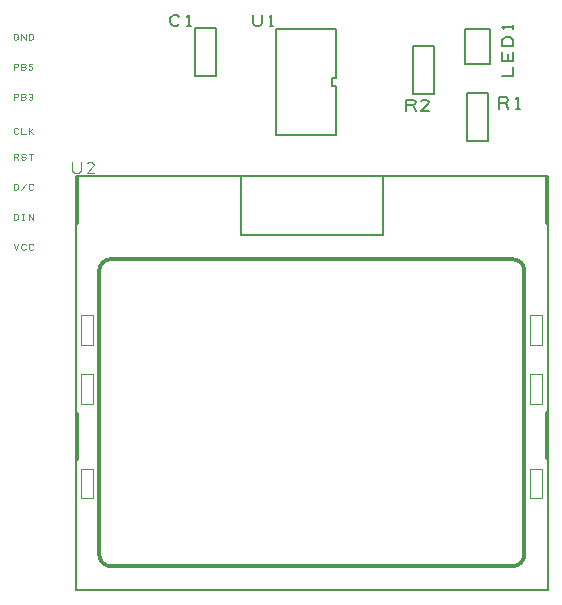
<source format=gbr>
%FSLAX35Y35*%
%MOIN*%
G04 EasyPC Gerber Version 18.0.9 Build 3640 *
%ADD10C,0.00100*%
%ADD13C,0.00197*%
%ADD14C,0.00400*%
%ADD11C,0.00500*%
%ADD12C,0.01181*%
X0Y0D02*
D02*
D10*
X9250Y123594D02*
X10031Y121719D01*
X10813Y123594*
X13313Y122031D02*
X13156Y121875D01*
X12844Y121719*
X12375*
X12063Y121875*
X11906Y122031*
X11750Y122344*
Y122969*
X11906Y123281*
X12063Y123437*
X12375Y123594*
X12844*
X13156Y123437*
X13313Y123281*
X15813Y122031D02*
X15656Y121875D01*
X15344Y121719*
X14875*
X14563Y121875*
X14406Y122031*
X14250Y122344*
Y122969*
X14406Y123281*
X14563Y123437*
X14875Y123594*
X15344*
X15656Y123437*
X15813Y123281*
X9250Y131719D02*
Y133594D01*
X10187*
X10500Y133437*
X10656Y133281*
X10813Y132969*
Y132344*
X10656Y132031*
X10500Y131875*
X10187Y131719*
X9250*
X12219D02*
X12844D01*
X12531D02*
Y133594D01*
X12219D02*
X12844D01*
X14250Y131719D02*
Y133594D01*
X15813Y131719*
Y133594*
X9250Y141719D02*
Y143594D01*
X10187*
X10500Y143437*
X10656Y143281*
X10813Y142969*
Y142344*
X10656Y142031*
X10500Y141875*
X10187Y141719*
X9250*
X11750D02*
X13313Y143594D01*
X15813Y142031D02*
X15656Y141875D01*
X15344Y141719*
X14875*
X14563Y141875*
X14406Y142031*
X14250Y142344*
Y142969*
X14406Y143281*
X14563Y143437*
X14875Y143594*
X15344*
X15656Y143437*
X15813Y143281*
X9250Y151719D02*
Y153594D01*
X10344*
X10656Y153437*
X10813Y153125*
X10656Y152813*
X10344Y152656*
X9250*
X10344D02*
X10813Y151719D01*
X11750Y152187D02*
X11906Y151875D01*
X12219Y151719*
X12844*
X13156Y151875*
X13313Y152187*
X13156Y152500*
X12844Y152656*
X12219*
X11906Y152813*
X11750Y153125*
X11906Y153437*
X12219Y153594*
X12844*
X13156Y153437*
X13313Y153125*
X15031Y151719D02*
Y153594D01*
X14250D02*
X15813D01*
X10813Y160653D02*
X10656Y160497D01*
X10344Y160341*
X9875*
X9563Y160497*
X9406Y160653*
X9250Y160966*
Y161591*
X9406Y161903*
X9563Y162059*
X9875Y162216*
X10344*
X10656Y162059*
X10813Y161903*
X11750Y162216D02*
Y160341D01*
X13313*
X14250D02*
Y162216D01*
Y161278D02*
X14719D01*
X15813Y162216*
X14719Y161278D02*
X15813Y160341D01*
X9250Y171719D02*
Y173594D01*
X10344*
X10656Y173437*
X10813Y173125*
X10656Y172813*
X10344Y172656*
X9250*
X12844D02*
X13156Y172500D01*
X13313Y172187*
X13156Y171875*
X12844Y171719*
X11750*
Y173594*
X12844*
X13156Y173437*
X13313Y173125*
X13156Y172813*
X12844Y172656*
X11750*
X14406Y171875D02*
X14719Y171719D01*
X15031*
X15344Y171875*
X15500Y172187*
X15344Y172500*
X15031Y172656*
X14719*
X15031D02*
X15344Y172813D01*
X15500Y173125*
X15344Y173437*
X15031Y173594*
X14719*
X14406Y173437*
X9250Y181719D02*
Y183594D01*
X10344*
X10656Y183437*
X10813Y183125*
X10656Y182813*
X10344Y182656*
X9250*
X12844D02*
X13156Y182500D01*
X13313Y182187*
X13156Y181875*
X12844Y181719*
X11750*
Y183594*
X12844*
X13156Y183437*
X13313Y183125*
X13156Y182813*
X12844Y182656*
X11750*
X14250Y181875D02*
X14563Y181719D01*
X15031*
X15344Y181875*
X15500Y182187*
Y182344*
X15344Y182656*
X15031Y182813*
X14250*
Y183594*
X15500*
X10344Y192500D02*
X10813D01*
Y192344*
X10656Y192031*
X10500Y191875*
X10187Y191719*
X9875*
X9563Y191875*
X9406Y192031*
X9250Y192344*
Y192969*
X9406Y193281*
X9563Y193437*
X9875Y193594*
X10187*
X10500Y193437*
X10656Y193281*
X10813Y192969*
X11750Y191719D02*
Y193594D01*
X13313Y191719*
Y193594*
X14250Y191719D02*
Y193594D01*
X15187*
X15500Y193437*
X15656Y193281*
X15813Y192969*
Y192344*
X15656Y192031*
X15500Y191875*
X15187Y191719*
X14250*
D02*
D11*
X64541Y196868D02*
X64228Y196555D01*
X63603Y196243*
X62665*
X62041Y196555*
X61728Y196868*
X61415Y197493*
Y198743*
X61728Y199368*
X62041Y199680*
X62665Y199993*
X63603*
X64228Y199680*
X64541Y199368*
X67041Y196243D02*
X68291D01*
X67665D02*
Y199993D01*
X67041Y199368*
X69726Y195431D02*
Y179431D01*
X76726*
Y195431*
X69726*
X85037Y146093D02*
Y126407D01*
X132281*
Y146093*
X88974Y199993D02*
Y197180D01*
X89287Y196555*
X89912Y196243*
X91162*
X91787Y196555*
X92100Y197180*
Y199993*
X94600Y196243D02*
X95850D01*
X95224D02*
Y199993D01*
X94600Y199368*
X116750Y160069D02*
X96632D01*
Y195108*
X116750*
Y179065*
X115274*
Y176112*
X116750*
Y160069*
X140156Y167963D02*
Y171713D01*
X142343*
X142968Y171401*
X143281Y170776*
X142968Y170151*
X142343Y169838*
X140156*
X142343D02*
X143281Y167963D01*
X147656D02*
X145156D01*
X147343Y170151*
X147656Y170776*
X147343Y171401*
X146718Y171713*
X145781*
X145156Y171401*
X142561Y189526D02*
Y173526D01*
X149561*
Y189526*
X142561*
X160278Y173778D02*
Y157778D01*
X167278*
Y173778*
X160278*
X167927Y183478D02*
Y195321D01*
X159628*
Y183478*
X167927*
X171061Y168683D02*
Y172433D01*
X173248*
X173874Y172121*
X174186Y171496*
X173874Y170871*
X173248Y170559*
X171061*
X173248D02*
X174186Y168683D01*
X176686D02*
X177936D01*
X177311D02*
Y172433D01*
X176686Y171809*
X172082Y179557D02*
X175832D01*
Y182682*
Y184557D02*
X172082D01*
Y187682*
X173957Y187057D02*
Y184557D01*
X175832D02*
Y187682D01*
Y189557D02*
X172082D01*
Y191432*
X172394Y192057*
X172707Y192370*
X173332Y192682*
X174582*
X175207Y192370*
X175520Y192057*
X175832Y191432*
Y189557*
Y195182D02*
Y196432D01*
Y195807D02*
X172082D01*
X172707Y195182*
X187400Y146093D02*
Y8297D01*
X29919*
Y146093*
X187400*
D02*
D12*
X30313Y66959D02*
Y51998D01*
Y145699D02*
Y130738D01*
X41730Y118533D02*
G75*
G03X37793Y114596J-3937D01*
G01*
Y20108*
G75*
G03X41730Y16171I3937*
G01*
X175589*
G75*
G03X179526Y20108J3937*
G01*
Y114596*
G75*
G03X175589Y118533I-3937*
G01*
X41730*
X187006Y67352D02*
Y52392D01*
Y145699D02*
Y130738D01*
D02*
D13*
X31888Y38809D02*
Y48652D01*
X35825*
Y38809*
X31888*
Y70305D02*
Y80148D01*
X35825*
Y70305*
X31888*
Y89990D02*
Y99833D01*
X35825*
Y89990*
X31888*
X181494Y38809D02*
Y48652D01*
X185431*
Y38809*
X181494*
Y70305D02*
Y80148D01*
X185431*
Y70305*
X181494*
Y89990D02*
Y99833D01*
X185431*
Y89990*
X181494*
D02*
D14*
X28659Y150977D02*
Y148165D01*
X28972Y147539*
X29597Y147227*
X30847*
X31472Y147539*
X31785Y148165*
Y150977*
X36159Y147227D02*
X33659D01*
X35847Y149415*
X36159Y150039*
X35847Y150665*
X35222Y150977*
X34285*
X33659Y150665*
X0Y0D02*
M02*

</source>
